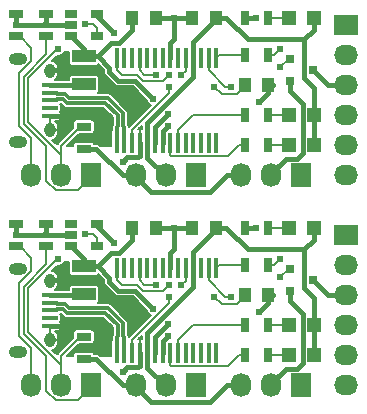
<source format=gtl>
G04 #@! TF.FileFunction,Copper,L1,Top,Signal*
%FSLAX46Y46*%
G04 Gerber Fmt 4.6, Leading zero omitted, Abs format (unit mm)*
G04 Created by KiCad (PCBNEW 4.0.0-stable) date Monday, June 13, 2016 'PMt' 12:16:50 PM*
%MOMM*%
G01*
G04 APERTURE LIST*
%ADD10C,0.100000*%
%ADD11R,2.032000X1.727200*%
%ADD12O,2.032000X1.727200*%
%ADD13R,1.727200X2.032000*%
%ADD14O,1.727200X2.032000*%
%ADD15R,1.198880X1.198880*%
%ADD16R,0.800100X0.800100*%
%ADD17R,1.000000X1.250000*%
%ADD18R,0.450000X1.750000*%
%ADD19R,0.700000X1.300000*%
%ADD20R,1.060000X0.650000*%
%ADD21R,1.300000X0.700000*%
%ADD22R,1.350000X0.400000*%
%ADD23O,0.950000X1.250000*%
%ADD24O,1.550000X1.000000*%
%ADD25R,2.029460X1.140460*%
%ADD26C,0.609600*%
%ADD27C,0.400000*%
%ADD28C,0.200000*%
%ADD29C,0.304800*%
G04 APERTURE END LIST*
D10*
D11*
X29210000Y32385000D03*
D12*
X29210000Y29845000D03*
X29210000Y27305000D03*
X29210000Y24765000D03*
X29210000Y22225000D03*
X29210000Y19685000D03*
D13*
X25400000Y19685000D03*
D14*
X22860000Y19685000D03*
X20320000Y19685000D03*
D13*
X16510000Y19685000D03*
D14*
X13970000Y19685000D03*
X11430000Y19685000D03*
D13*
X7620000Y19685000D03*
D14*
X5080000Y19685000D03*
X2540000Y19685000D03*
D15*
X26449020Y33020000D03*
X24350980Y33020000D03*
D16*
X24399240Y29525000D03*
X24399240Y27625000D03*
X26398220Y28575000D03*
D15*
X26449020Y22225000D03*
X24350980Y22225000D03*
X26449020Y24765000D03*
X24350980Y24765000D03*
D17*
X18145000Y33020000D03*
X16145000Y33020000D03*
D18*
X18195000Y29635000D03*
X17545000Y29635000D03*
X16895000Y29635000D03*
X16245000Y29635000D03*
X15595000Y29635000D03*
X14945000Y29635000D03*
X14295000Y29635000D03*
X13645000Y29635000D03*
X12995000Y29635000D03*
X12345000Y29635000D03*
X11695000Y29635000D03*
X11045000Y29635000D03*
X10395000Y29635000D03*
X9745000Y29635000D03*
X9745000Y22435000D03*
X10395000Y22435000D03*
X11045000Y22435000D03*
X11695000Y22435000D03*
X12345000Y22435000D03*
X12995000Y22435000D03*
X13645000Y22435000D03*
X14295000Y22435000D03*
X14945000Y22435000D03*
X15595000Y22435000D03*
X16245000Y22435000D03*
X16895000Y22435000D03*
X17545000Y22435000D03*
X18195000Y22435000D03*
D19*
X20640000Y33020000D03*
X22540000Y33020000D03*
X20640000Y22225000D03*
X22540000Y22225000D03*
X20640000Y29845000D03*
X22540000Y29845000D03*
X20640000Y24765000D03*
X22540000Y24765000D03*
D17*
X20590000Y27305000D03*
X22590000Y27305000D03*
X11065000Y33020000D03*
X13065000Y33020000D03*
D20*
X5885000Y33335000D03*
X5885000Y32385000D03*
X5885000Y31435000D03*
X8085000Y31435000D03*
X8085000Y33335000D03*
D21*
X1270000Y31435000D03*
X1270000Y33335000D03*
D22*
X4102540Y27335900D03*
X4102540Y26685900D03*
X4102540Y26035900D03*
X4102540Y25385900D03*
X4102540Y24735900D03*
D23*
X4102540Y28535900D03*
X4102540Y23535900D03*
D24*
X1402540Y29535900D03*
X1402540Y22535900D03*
D25*
X6985000Y27371040D03*
X6985000Y29778960D03*
D21*
X3810000Y31435000D03*
X3810000Y33335000D03*
X6985000Y21910000D03*
X6985000Y23810000D03*
D17*
X20590000Y9525000D03*
X22590000Y9525000D03*
D15*
X26449020Y6985000D03*
X24350980Y6985000D03*
X26449020Y4445000D03*
X24350980Y4445000D03*
D25*
X6985000Y9591040D03*
X6985000Y11998960D03*
D22*
X4102540Y9555900D03*
X4102540Y8905900D03*
X4102540Y8255900D03*
X4102540Y7605900D03*
X4102540Y6955900D03*
D23*
X4102540Y10755900D03*
X4102540Y5755900D03*
D24*
X1402540Y11755900D03*
X1402540Y4755900D03*
D13*
X16510000Y1905000D03*
D14*
X13970000Y1905000D03*
X11430000Y1905000D03*
D13*
X7620000Y1905000D03*
D14*
X5080000Y1905000D03*
X2540000Y1905000D03*
D11*
X29210000Y14605000D03*
D12*
X29210000Y12065000D03*
X29210000Y9525000D03*
X29210000Y6985000D03*
X29210000Y4445000D03*
X29210000Y1905000D03*
D13*
X25400000Y1905000D03*
D14*
X22860000Y1905000D03*
X20320000Y1905000D03*
D16*
X24399240Y11745000D03*
X24399240Y9845000D03*
X26398220Y10795000D03*
D21*
X3810000Y13655000D03*
X3810000Y15555000D03*
X6985000Y4130000D03*
X6985000Y6030000D03*
X1270000Y13655000D03*
X1270000Y15555000D03*
D19*
X20640000Y12065000D03*
X22540000Y12065000D03*
X20640000Y6985000D03*
X22540000Y6985000D03*
X20640000Y4445000D03*
X22540000Y4445000D03*
D20*
X5885000Y15555000D03*
X5885000Y14605000D03*
X5885000Y13655000D03*
X8085000Y13655000D03*
X8085000Y15555000D03*
D18*
X18195000Y11855000D03*
X17545000Y11855000D03*
X16895000Y11855000D03*
X16245000Y11855000D03*
X15595000Y11855000D03*
X14945000Y11855000D03*
X14295000Y11855000D03*
X13645000Y11855000D03*
X12995000Y11855000D03*
X12345000Y11855000D03*
X11695000Y11855000D03*
X11045000Y11855000D03*
X10395000Y11855000D03*
X9745000Y11855000D03*
X9745000Y4655000D03*
X10395000Y4655000D03*
X11045000Y4655000D03*
X11695000Y4655000D03*
X12345000Y4655000D03*
X12995000Y4655000D03*
X13645000Y4655000D03*
X14295000Y4655000D03*
X14945000Y4655000D03*
X15595000Y4655000D03*
X16245000Y4655000D03*
X16895000Y4655000D03*
X17545000Y4655000D03*
X18195000Y4655000D03*
D17*
X11065000Y15240000D03*
X13065000Y15240000D03*
D15*
X26449020Y15240000D03*
X24350980Y15240000D03*
D19*
X20640000Y15240000D03*
X22540000Y15240000D03*
D17*
X18145000Y15240000D03*
X16145000Y15240000D03*
D26*
X12827000Y26162000D03*
X14097000Y24892000D03*
X14097000Y7112000D03*
X12827000Y8382000D03*
X3810000Y32385000D03*
X1270000Y32385000D03*
X14605000Y33020000D03*
X21590000Y33020000D03*
X21844000Y25908000D03*
X6985000Y28575000D03*
X5461000Y25146000D03*
X9779000Y26416000D03*
X8509000Y26924000D03*
X6985000Y25146000D03*
X8509000Y25146000D03*
X10287000Y20828000D03*
X10668000Y25527000D03*
X9144000Y24257000D03*
X12192000Y25527000D03*
X14097000Y23876000D03*
X14097000Y6096000D03*
X8509000Y9144000D03*
X9144000Y6477000D03*
X12192000Y7747000D03*
X10668000Y7747000D03*
X9779000Y8636000D03*
X8509000Y7366000D03*
X6985000Y7366000D03*
X5461000Y7366000D03*
X3810000Y14605000D03*
X1270000Y14605000D03*
X6985000Y10795000D03*
X10287000Y3048000D03*
X21844000Y8128000D03*
X21590000Y15240000D03*
X14605000Y15240000D03*
X9525000Y31750000D03*
X9525000Y13970000D03*
X4826000Y30353000D03*
X7112000Y32512000D03*
X7112000Y14732000D03*
X4826000Y12573000D03*
X23622000Y30353000D03*
X23622000Y12573000D03*
X18034000Y27178000D03*
X14224000Y27178000D03*
X14224000Y9398000D03*
X18034000Y9398000D03*
X13081000Y28194000D03*
X13081000Y10414000D03*
X15240000Y28194000D03*
X15240000Y10414000D03*
X19431000Y27178000D03*
X19431000Y9398000D03*
X23622000Y28829000D03*
X14224000Y28194000D03*
X14224000Y10414000D03*
X23622000Y11049000D03*
D27*
X12995000Y22435000D02*
X12995000Y23790000D01*
X12995000Y23790000D02*
X14097000Y24892000D01*
X10922000Y27686000D02*
X9906000Y27686000D01*
X9906000Y27686000D02*
X9144000Y28448000D01*
X9932401Y30862401D02*
X9238079Y30862401D01*
X6985000Y30335000D02*
X5885000Y31435000D01*
X6985000Y29778960D02*
X6985000Y30335000D01*
X9238079Y30862401D02*
X8154638Y29778960D01*
X9144000Y28448000D02*
X9144000Y28789598D01*
X8154638Y29778960D02*
X6985000Y29778960D01*
X9144000Y28789598D02*
X8154638Y29778960D01*
X10922000Y27686000D02*
X11303000Y27686000D01*
X11303000Y27686000D02*
X12827000Y26162000D01*
X11065000Y33020000D02*
X11065000Y31995000D01*
X11065000Y31995000D02*
X9932401Y30862401D01*
X12995000Y6010000D02*
X14097000Y7112000D01*
X12995000Y4655000D02*
X12995000Y6010000D01*
X10922000Y9906000D02*
X11303000Y9906000D01*
X11303000Y9906000D02*
X12827000Y8382000D01*
X9144000Y10668000D02*
X9144000Y11009598D01*
X9144000Y11009598D02*
X8154638Y11998960D01*
X9906000Y9906000D02*
X9144000Y10668000D01*
X10922000Y9906000D02*
X9906000Y9906000D01*
X11065000Y15240000D02*
X11065000Y14215000D01*
X11065000Y14215000D02*
X9932401Y13082401D01*
X9932401Y13082401D02*
X9238079Y13082401D01*
X9238079Y13082401D02*
X8154638Y11998960D01*
X8154638Y11998960D02*
X6985000Y11998960D01*
X6985000Y11998960D02*
X6985000Y12555000D01*
X6985000Y12555000D02*
X5885000Y13655000D01*
X13645000Y22435000D02*
X13645000Y23424000D01*
X13645000Y23424000D02*
X14097000Y23876000D01*
X8509000Y25146000D02*
X8509000Y24892000D01*
X8509000Y24892000D02*
X9144000Y24257000D01*
X9779000Y26416000D02*
X9271000Y26924000D01*
X9779000Y26416000D02*
X10668000Y25527000D01*
X9271000Y26924000D02*
X8509000Y26924000D01*
X10668000Y25527000D02*
X12192000Y25527000D01*
X10666599Y21207599D02*
X10287000Y20828000D01*
X11551921Y21207599D02*
X10666599Y21207599D01*
X11695000Y21350678D02*
X11551921Y21207599D01*
X11695000Y22435000D02*
X11695000Y21350678D01*
X22590000Y27305000D02*
X22590000Y26654000D01*
X22590000Y27305000D02*
X22987000Y27305000D01*
X22590000Y26654000D02*
X21844000Y25908000D01*
X20640000Y33020000D02*
X21590000Y33020000D01*
X3810000Y32385000D02*
X1270000Y32385000D01*
X1270000Y33335000D02*
X1270000Y32385000D01*
X3810000Y33335000D02*
X3810000Y32385000D01*
X5885000Y32385000D02*
X3810000Y32385000D01*
X8000322Y28575000D02*
X8509000Y28066322D01*
X6985000Y28575000D02*
X8000322Y28575000D01*
X8509000Y28066322D02*
X8509000Y26924000D01*
X5461000Y25146000D02*
X6985000Y25146000D01*
X6985000Y25146000D02*
X8509000Y25146000D01*
X16145000Y33020000D02*
X14605000Y33020000D01*
X14605000Y31220000D02*
X14605000Y33020000D01*
X13065000Y33020000D02*
X14605000Y33020000D01*
X14295000Y30910000D02*
X14605000Y31220000D01*
X14295000Y29635000D02*
X14295000Y30910000D01*
X4102540Y24735900D02*
X5050900Y24735900D01*
X4141640Y28575000D02*
X4102540Y28535900D01*
X5050900Y24735900D02*
X5461000Y25146000D01*
X6985000Y28575000D02*
X4141640Y28575000D01*
X13645000Y4655000D02*
X13645000Y5644000D01*
X13645000Y5644000D02*
X14097000Y6096000D01*
X9779000Y8636000D02*
X10668000Y7747000D01*
X9779000Y8636000D02*
X9271000Y9144000D01*
X9271000Y9144000D02*
X8509000Y9144000D01*
X6985000Y10795000D02*
X8000322Y10795000D01*
X8000322Y10795000D02*
X8509000Y10286322D01*
X8509000Y10286322D02*
X8509000Y9144000D01*
X8509000Y7366000D02*
X8509000Y7112000D01*
X8509000Y7112000D02*
X9144000Y6477000D01*
X10668000Y7747000D02*
X12192000Y7747000D01*
X6985000Y7366000D02*
X8509000Y7366000D01*
X5461000Y7366000D02*
X6985000Y7366000D01*
X4102540Y6955900D02*
X5050900Y6955900D01*
X5050900Y6955900D02*
X5461000Y7366000D01*
X6985000Y10795000D02*
X4141640Y10795000D01*
X4141640Y10795000D02*
X4102540Y10755900D01*
X11695000Y4655000D02*
X11695000Y3570678D01*
X11695000Y3570678D02*
X11551921Y3427599D01*
X11551921Y3427599D02*
X10666599Y3427599D01*
X10666599Y3427599D02*
X10287000Y3048000D01*
X22590000Y9525000D02*
X22590000Y8874000D01*
X22590000Y8874000D02*
X21844000Y8128000D01*
X22590000Y9525000D02*
X22987000Y9525000D01*
X20640000Y15240000D02*
X21590000Y15240000D01*
X14605000Y13440000D02*
X14605000Y15240000D01*
X14295000Y11855000D02*
X14295000Y13130000D01*
X14295000Y13130000D02*
X14605000Y13440000D01*
X13065000Y15240000D02*
X14605000Y15240000D01*
X16145000Y15240000D02*
X14605000Y15240000D01*
X3810000Y14605000D02*
X1270000Y14605000D01*
X5885000Y14605000D02*
X3810000Y14605000D01*
X3810000Y15555000D02*
X3810000Y14605000D01*
X1270000Y15555000D02*
X1270000Y14605000D01*
X13820000Y19685000D02*
X13970000Y19685000D01*
X12345000Y21160000D02*
X13820000Y19685000D01*
X16245000Y28005556D02*
X12345000Y24105556D01*
X12345000Y24105556D02*
X12345000Y23710000D01*
X12345000Y23710000D02*
X12345000Y22435000D01*
X12345000Y22435000D02*
X12345000Y21160000D01*
X25645769Y27893029D02*
X25645769Y31217309D01*
X25645769Y31217309D02*
X26449020Y32020560D01*
X26449020Y32020560D02*
X26449020Y33020000D01*
X26449020Y24765000D02*
X26449020Y27089778D01*
X26449020Y27089778D02*
X25645769Y27893029D01*
X26449020Y22225000D02*
X26449020Y24765000D01*
X20847691Y31217309D02*
X19045000Y33020000D01*
X25645769Y31217309D02*
X20847691Y31217309D01*
X16245000Y30995000D02*
X16245000Y30910000D01*
X18145000Y32895000D02*
X16245000Y30995000D01*
X16245000Y30910000D02*
X16245000Y29635000D01*
X18145000Y33020000D02*
X18145000Y32895000D01*
X19045000Y33020000D02*
X18145000Y33020000D01*
X16245000Y29635000D02*
X16245000Y28005556D01*
X12345000Y5930000D02*
X12345000Y4655000D01*
X12345000Y6325556D02*
X12345000Y5930000D01*
X16245000Y10225556D02*
X12345000Y6325556D01*
X16245000Y11855000D02*
X16245000Y10225556D01*
X13820000Y1905000D02*
X13970000Y1905000D01*
X12345000Y3380000D02*
X13820000Y1905000D01*
X12345000Y4655000D02*
X12345000Y3380000D01*
X25645769Y13437309D02*
X20847691Y13437309D01*
X19045000Y15240000D02*
X18145000Y15240000D01*
X20847691Y13437309D02*
X19045000Y15240000D01*
X26449020Y6985000D02*
X26449020Y9309778D01*
X25645769Y10113029D02*
X25645769Y13437309D01*
X26449020Y14240560D02*
X26449020Y15240000D01*
X26449020Y9309778D02*
X25645769Y10113029D01*
X25645769Y13437309D02*
X26449020Y14240560D01*
X26449020Y4445000D02*
X26449020Y6985000D01*
X18145000Y15240000D02*
X18145000Y15115000D01*
X16245000Y13130000D02*
X16245000Y11855000D01*
X18145000Y15115000D02*
X16245000Y13215000D01*
X16245000Y13215000D02*
X16245000Y13130000D01*
D28*
X22540000Y24765000D02*
X24350980Y24765000D01*
X22540000Y6985000D02*
X24350980Y6985000D01*
X22540000Y22225000D02*
X24350980Y22225000D01*
X22540000Y4445000D02*
X24350980Y4445000D01*
D27*
X6949860Y27335900D02*
X6985000Y27371040D01*
X4102540Y27335900D02*
X6949860Y27335900D01*
X4102540Y9555900D02*
X6949860Y9555900D01*
X6949860Y9555900D02*
X6985000Y9591040D01*
D29*
X10395000Y22435000D02*
X10395000Y23747500D01*
X10395000Y23747500D02*
X10298600Y23843900D01*
X10298600Y23843900D02*
X10298600Y24949688D01*
X10298600Y24949688D02*
X8984688Y26263600D01*
X8984688Y26263600D02*
X5715000Y26263600D01*
X4577540Y26685900D02*
X4102540Y26685900D01*
X4673940Y26589500D02*
X4577540Y26685900D01*
X5389100Y26589500D02*
X4673940Y26589500D01*
X5715000Y26263600D02*
X5389100Y26589500D01*
X5715000Y8483600D02*
X5389100Y8809500D01*
X5389100Y8809500D02*
X4673940Y8809500D01*
X4673940Y8809500D02*
X4577540Y8905900D01*
X4577540Y8905900D02*
X4102540Y8905900D01*
X8984688Y8483600D02*
X5715000Y8483600D01*
X10298600Y7169688D02*
X8984688Y8483600D01*
X10395000Y4655000D02*
X10395000Y5967500D01*
X10298600Y6063900D02*
X10298600Y7169688D01*
X10395000Y5967500D02*
X10298600Y6063900D01*
X9745000Y22435000D02*
X9745000Y23747500D01*
X9745000Y23747500D02*
X9841400Y23843900D01*
X9841400Y23843900D02*
X9841400Y24760312D01*
X9841400Y24760312D02*
X8795312Y25806400D01*
X5525622Y25806400D02*
X5199722Y26132300D01*
X8795312Y25806400D02*
X5525622Y25806400D01*
X4673940Y26132300D02*
X4577540Y26035900D01*
X5199722Y26132300D02*
X4673940Y26132300D01*
X4577540Y26035900D02*
X4102540Y26035900D01*
X4577540Y8255900D02*
X4102540Y8255900D01*
X9745000Y4655000D02*
X9745000Y5967500D01*
X9745000Y5967500D02*
X9841400Y6063900D01*
X9841400Y6063900D02*
X9841400Y6980312D01*
X9841400Y6980312D02*
X8795312Y8026400D01*
X8795312Y8026400D02*
X5525622Y8026400D01*
X5525622Y8026400D02*
X5199722Y8352300D01*
X5199722Y8352300D02*
X4673940Y8352300D01*
X4673940Y8352300D02*
X4577540Y8255900D01*
D27*
X11430000Y19532600D02*
X12674600Y18288000D01*
X19056400Y19685000D02*
X20320000Y19685000D01*
X12674600Y18288000D02*
X17659400Y18288000D01*
X17659400Y18288000D02*
X19056400Y19685000D01*
X6985000Y21910000D02*
X8035000Y21910000D01*
X8035000Y21910000D02*
X10260000Y19685000D01*
X10260000Y19685000D02*
X11430000Y19685000D01*
X11430000Y19685000D02*
X11430000Y19532600D01*
X8085000Y33190000D02*
X9525000Y31750000D01*
X8085000Y33335000D02*
X8085000Y33190000D01*
X12674600Y508000D02*
X17659400Y508000D01*
X17659400Y508000D02*
X19056400Y1905000D01*
X19056400Y1905000D02*
X20320000Y1905000D01*
X11430000Y1905000D02*
X11430000Y1752600D01*
X11430000Y1752600D02*
X12674600Y508000D01*
X8085000Y15555000D02*
X8085000Y15410000D01*
X8085000Y15410000D02*
X9525000Y13970000D01*
X6985000Y4130000D02*
X8035000Y4130000D01*
X8035000Y4130000D02*
X10260000Y1905000D01*
X10260000Y1905000D02*
X11430000Y1905000D01*
D28*
X7620000Y19532600D02*
X6503990Y18416590D01*
X6503990Y18416590D02*
X4617734Y18416590D01*
X4617734Y18416590D02*
X3810000Y19224324D01*
X3810000Y19224324D02*
X3810000Y22151343D01*
X7620000Y19685000D02*
X7620000Y19532600D01*
X3810000Y22151343D02*
X1933589Y24027754D01*
X3810000Y30885000D02*
X3810000Y31435000D01*
X1933589Y24027754D02*
X1933590Y28044047D01*
X1933590Y28044047D02*
X3810000Y29920457D01*
X3810000Y29920457D02*
X3810000Y30885000D01*
X1933589Y6247754D02*
X1933590Y10264047D01*
X6503990Y636590D02*
X4617734Y636590D01*
X7620000Y1752600D02*
X6503990Y636590D01*
X7620000Y1905000D02*
X7620000Y1752600D01*
X3810000Y13105000D02*
X3810000Y13655000D01*
X3810000Y12140457D02*
X3810000Y13105000D01*
X1933590Y10264047D02*
X3810000Y12140457D01*
X3810000Y4371343D02*
X1933589Y6247754D01*
X3810000Y1444324D02*
X3810000Y4371343D01*
X4617734Y636590D02*
X3810000Y1444324D01*
X5080000Y19685000D02*
X5080000Y21379727D01*
X5080000Y22205000D02*
X6685000Y23810000D01*
X5080000Y19685000D02*
X5080000Y22205000D01*
X5080000Y21379727D02*
X2286000Y24173727D01*
X8085000Y32174000D02*
X8085000Y31435000D01*
X7747000Y32512000D02*
X8085000Y32174000D01*
X7112000Y32512000D02*
X7747000Y32512000D01*
X2286000Y24173727D02*
X2286000Y27898073D01*
X6685000Y23810000D02*
X6985000Y23810000D01*
X4740927Y30353000D02*
X4826000Y30353000D01*
X2286000Y27898073D02*
X4740927Y30353000D01*
X7747000Y14732000D02*
X8085000Y14394000D01*
X8085000Y14394000D02*
X8085000Y13655000D01*
X7112000Y14732000D02*
X7747000Y14732000D01*
X2286000Y6393727D02*
X2286000Y10118073D01*
X2286000Y10118073D02*
X4740927Y12573000D01*
X4740927Y12573000D02*
X4826000Y12573000D01*
X5080000Y1905000D02*
X5080000Y3599727D01*
X5080000Y3599727D02*
X2286000Y6393727D01*
X5080000Y1905000D02*
X5080000Y4425000D01*
X5080000Y4425000D02*
X6685000Y6030000D01*
X6685000Y6030000D02*
X6985000Y6030000D01*
X2540000Y22860000D02*
X2540000Y19685000D01*
X1524000Y23876000D02*
X2540000Y22860000D01*
X1570000Y31435000D02*
X2540000Y30465000D01*
X1270000Y31435000D02*
X1570000Y31435000D01*
X1524000Y28318292D02*
X1524000Y23876000D01*
X2540000Y29334292D02*
X1524000Y28318292D01*
X2540000Y30465000D02*
X2540000Y29334292D01*
X1270000Y13655000D02*
X1570000Y13655000D01*
X1570000Y13655000D02*
X2540000Y12685000D01*
X2540000Y12685000D02*
X2540000Y11554292D01*
X2540000Y11554292D02*
X1524000Y10538292D01*
X1524000Y10538292D02*
X1524000Y6096000D01*
X1524000Y6096000D02*
X2540000Y5080000D01*
X2540000Y5080000D02*
X2540000Y1905000D01*
D27*
X29210000Y27305000D02*
X27668220Y27305000D01*
X27668220Y27305000D02*
X26398220Y28575000D01*
X29210000Y9525000D02*
X27668220Y9525000D01*
X27668220Y9525000D02*
X26398220Y10795000D01*
D28*
X29210000Y24765000D02*
X28953798Y24765000D01*
X22540000Y29845000D02*
X23114000Y29845000D01*
X23114000Y29845000D02*
X23622000Y30353000D01*
X22540000Y29545000D02*
X22540000Y29845000D01*
X22540000Y12065000D02*
X23114000Y12065000D01*
X23114000Y12065000D02*
X23622000Y12573000D01*
X29210000Y6985000D02*
X28953798Y6985000D01*
X22540000Y11765000D02*
X22540000Y12065000D01*
X19953000Y26543000D02*
X18669000Y26543000D01*
X14224000Y26689000D02*
X11045000Y23510000D01*
X11045000Y23510000D02*
X11045000Y22435000D01*
X20590000Y27305000D02*
X20590000Y27180000D01*
X20590000Y27180000D02*
X19953000Y26543000D01*
X14224000Y27178000D02*
X14224000Y26689000D01*
X18669000Y26543000D02*
X18034000Y27178000D01*
X14224000Y9398000D02*
X14224000Y8909000D01*
X14224000Y8909000D02*
X11045000Y5730000D01*
X11045000Y5730000D02*
X11045000Y4655000D01*
X19953000Y8763000D02*
X18669000Y8763000D01*
X18669000Y8763000D02*
X18034000Y9398000D01*
X20590000Y9400000D02*
X19953000Y8763000D01*
X20590000Y9525000D02*
X20590000Y9400000D01*
X12061000Y28194000D02*
X11695000Y28560000D01*
X13081000Y28194000D02*
X12061000Y28194000D01*
X11695000Y28560000D02*
X11695000Y29635000D01*
X12061000Y10414000D02*
X11695000Y10780000D01*
X11695000Y10780000D02*
X11695000Y11855000D01*
X13081000Y10414000D02*
X12061000Y10414000D01*
X15595000Y28549000D02*
X15240000Y28194000D01*
X15595000Y29635000D02*
X15595000Y28549000D01*
X15595000Y11855000D02*
X15595000Y10769000D01*
X15595000Y10769000D02*
X15240000Y10414000D01*
X18927000Y27178000D02*
X19431000Y27178000D01*
X17545000Y28560000D02*
X18927000Y27178000D01*
X17545000Y29635000D02*
X17545000Y28560000D01*
X17545000Y11855000D02*
X17545000Y10780000D01*
X17545000Y10780000D02*
X18927000Y9398000D01*
X18927000Y9398000D02*
X19431000Y9398000D01*
X9745000Y28560000D02*
X10166589Y28138411D01*
X24691955Y29525000D02*
X24693350Y29523605D01*
X24318000Y29525000D02*
X23622000Y28829000D01*
X24399240Y29525000D02*
X24318000Y29525000D01*
X9745000Y29635000D02*
X9745000Y28560000D01*
X10166589Y28138411D02*
X11490394Y28138411D01*
X13919201Y27889201D02*
X14224000Y28194000D01*
X13666799Y27636799D02*
X13919201Y27889201D01*
X11490394Y28138411D02*
X11992006Y27636799D01*
X11992006Y27636799D02*
X13666799Y27636799D01*
X13919201Y10109201D02*
X14224000Y10414000D01*
X13666799Y9856799D02*
X13919201Y10109201D01*
X11992006Y9856799D02*
X13666799Y9856799D01*
X11490394Y10358411D02*
X11992006Y9856799D01*
X10166589Y10358411D02*
X11490394Y10358411D01*
X9745000Y11855000D02*
X9745000Y10780000D01*
X9745000Y10780000D02*
X10166589Y10358411D01*
X24399240Y11745000D02*
X24318000Y11745000D01*
X24318000Y11745000D02*
X23622000Y11049000D01*
X24691955Y11745000D02*
X24693350Y11743605D01*
X20640000Y29845000D02*
X18405000Y29845000D01*
X18405000Y29845000D02*
X18195000Y29635000D01*
X20640000Y12065000D02*
X18405000Y12065000D01*
X18405000Y12065000D02*
X18195000Y11855000D01*
X20640000Y24765000D02*
X16200000Y24765000D01*
X16200000Y24765000D02*
X14945000Y23510000D01*
X14945000Y23510000D02*
X14945000Y22435000D01*
X20640000Y6985000D02*
X16200000Y6985000D01*
X16200000Y6985000D02*
X14945000Y5730000D01*
X14945000Y5730000D02*
X14945000Y4655000D01*
X20090000Y22225000D02*
X20640000Y22225000D01*
X19172599Y21307599D02*
X20090000Y22225000D01*
X14295000Y22435000D02*
X14295000Y21360000D01*
X14295000Y21360000D02*
X14347401Y21307599D01*
X14347401Y21307599D02*
X19172599Y21307599D01*
X14295000Y4655000D02*
X14295000Y3580000D01*
X14295000Y3580000D02*
X14347401Y3527599D01*
X14347401Y3527599D02*
X19172599Y3527599D01*
X19172599Y3527599D02*
X20090000Y4445000D01*
X20090000Y4445000D02*
X20640000Y4445000D01*
D27*
X24399240Y27625000D02*
X24399240Y26824950D01*
X24399240Y26824950D02*
X25497179Y25727011D01*
X22860000Y19837400D02*
X22860000Y19685000D01*
X25060182Y21101000D02*
X24123600Y21101000D01*
X24123600Y21101000D02*
X22860000Y19837400D01*
X25497179Y25727011D02*
X25497179Y21537997D01*
X25497179Y21537997D02*
X25060182Y21101000D01*
X24399240Y9044950D02*
X25497179Y7947011D01*
X24399240Y9845000D02*
X24399240Y9044950D01*
X25497179Y7947011D02*
X25497179Y3757997D01*
X25497179Y3757997D02*
X25060182Y3321000D01*
X25060182Y3321000D02*
X24123600Y3321000D01*
X24123600Y3321000D02*
X22860000Y2057400D01*
X22860000Y2057400D02*
X22860000Y1905000D01*
D28*
X22540000Y33020000D02*
X24350980Y33020000D01*
X22540000Y15240000D02*
X24350980Y15240000D01*
G36*
X5239385Y7740163D02*
X5268285Y7716424D01*
X5296923Y7692394D01*
X5298786Y7691370D01*
X5300433Y7690017D01*
X5333389Y7672347D01*
X5366154Y7654334D01*
X5368185Y7653690D01*
X5370059Y7652685D01*
X5405809Y7641755D01*
X5441459Y7630446D01*
X5443573Y7630209D01*
X5445610Y7629586D01*
X5482782Y7625811D01*
X5519970Y7621639D01*
X5524138Y7621610D01*
X5524209Y7621603D01*
X5524276Y7621609D01*
X5525622Y7621600D01*
X8627638Y7621600D01*
X9436600Y6812638D01*
X9436600Y6226756D01*
X9435024Y6224837D01*
X9410994Y6196199D01*
X9409970Y6194336D01*
X9408617Y6192689D01*
X9390947Y6159733D01*
X9372934Y6126968D01*
X9372290Y6124937D01*
X9371285Y6123063D01*
X9360355Y6087313D01*
X9349046Y6051663D01*
X9348809Y6049549D01*
X9348186Y6047512D01*
X9344411Y6010340D01*
X9340239Y5973152D01*
X9340210Y5968984D01*
X9340203Y5968913D01*
X9340209Y5968846D01*
X9340200Y5967500D01*
X9340200Y5706142D01*
X9305748Y5665719D01*
X9276420Y5600657D01*
X9266379Y5530000D01*
X9266379Y4418000D01*
X8386790Y4418000D01*
X8354895Y4449895D01*
X8322582Y4476438D01*
X8290591Y4503281D01*
X8288510Y4504425D01*
X8286668Y4505938D01*
X8249800Y4525706D01*
X8213219Y4545817D01*
X8210952Y4546536D01*
X8208856Y4547660D01*
X8168872Y4559885D01*
X8129059Y4572514D01*
X8126698Y4572779D01*
X8124421Y4573475D01*
X8082794Y4577703D01*
X8041316Y4582356D01*
X8036674Y4582388D01*
X8036579Y4582398D01*
X8036490Y4582390D01*
X8035000Y4582400D01*
X7866152Y4582400D01*
X7864304Y4588367D01*
X7825035Y4647959D01*
X7770719Y4694252D01*
X7705657Y4723580D01*
X7635000Y4733621D01*
X6335000Y4733621D01*
X6294806Y4730416D01*
X6226633Y4709304D01*
X6167041Y4670035D01*
X6120748Y4615719D01*
X6091420Y4550657D01*
X6081379Y4480000D01*
X6081379Y4418000D01*
X5571368Y4418000D01*
X6579748Y5426379D01*
X7635000Y5426379D01*
X7675194Y5429584D01*
X7743367Y5450696D01*
X7802959Y5489965D01*
X7849252Y5544281D01*
X7878580Y5609343D01*
X7888621Y5680000D01*
X7888621Y6380000D01*
X7885416Y6420194D01*
X7864304Y6488367D01*
X7825035Y6547959D01*
X7770719Y6594252D01*
X7705657Y6623580D01*
X7635000Y6633621D01*
X6335000Y6633621D01*
X6294806Y6630416D01*
X6226633Y6609304D01*
X6167041Y6570035D01*
X6120748Y6515719D01*
X6091420Y6450657D01*
X6081379Y6380000D01*
X6081379Y5924748D01*
X4830816Y4674184D01*
X4810145Y4649020D01*
X4789230Y4624094D01*
X4788339Y4622473D01*
X4787161Y4621039D01*
X4771763Y4592321D01*
X4756097Y4563825D01*
X4755537Y4562060D01*
X4754661Y4560426D01*
X4746320Y4533143D01*
X4543584Y4634511D01*
X4276036Y4902059D01*
X4380900Y4933868D01*
X4506658Y5001086D01*
X4616886Y5091547D01*
X4707348Y5201774D01*
X4774568Y5327531D01*
X4815962Y5463986D01*
X4829940Y5605895D01*
X4829940Y5755895D01*
X4102545Y5755895D01*
X4102545Y5735895D01*
X4102535Y5735895D01*
X4102535Y5755895D01*
X4082535Y5755895D01*
X4082535Y5755905D01*
X4102535Y5755905D01*
X4102535Y6955895D01*
X4102545Y6955895D01*
X4102545Y5755905D01*
X4829940Y5755905D01*
X4829940Y5905905D01*
X4815962Y6047814D01*
X4774568Y6184269D01*
X4707348Y6310026D01*
X4616886Y6420253D01*
X4515448Y6503500D01*
X4802399Y6503500D01*
X4851162Y6513200D01*
X4897096Y6532226D01*
X4938435Y6559848D01*
X4973592Y6595004D01*
X5001214Y6636344D01*
X5020240Y6682277D01*
X5029940Y6731041D01*
X5029940Y6892795D01*
X4966840Y6955895D01*
X4102545Y6955895D01*
X4102535Y6955895D01*
X4082535Y6955895D01*
X4082535Y6955905D01*
X4102535Y6955905D01*
X4102535Y6975905D01*
X4102545Y6975905D01*
X4102545Y6955905D01*
X4966840Y6955905D01*
X5029940Y7019005D01*
X5029940Y7180759D01*
X5020240Y7229523D01*
X5001214Y7275456D01*
X4997008Y7281751D01*
X5021120Y7335243D01*
X5031161Y7405900D01*
X5031161Y7805900D01*
X5027956Y7846094D01*
X5006844Y7914267D01*
X4996323Y7930233D01*
X5004107Y7947500D01*
X5032048Y7947500D01*
X5239385Y7740163D01*
X5239385Y7740163D01*
G37*
X5239385Y7740163D02*
X5268285Y7716424D01*
X5296923Y7692394D01*
X5298786Y7691370D01*
X5300433Y7690017D01*
X5333389Y7672347D01*
X5366154Y7654334D01*
X5368185Y7653690D01*
X5370059Y7652685D01*
X5405809Y7641755D01*
X5441459Y7630446D01*
X5443573Y7630209D01*
X5445610Y7629586D01*
X5482782Y7625811D01*
X5519970Y7621639D01*
X5524138Y7621610D01*
X5524209Y7621603D01*
X5524276Y7621609D01*
X5525622Y7621600D01*
X8627638Y7621600D01*
X9436600Y6812638D01*
X9436600Y6226756D01*
X9435024Y6224837D01*
X9410994Y6196199D01*
X9409970Y6194336D01*
X9408617Y6192689D01*
X9390947Y6159733D01*
X9372934Y6126968D01*
X9372290Y6124937D01*
X9371285Y6123063D01*
X9360355Y6087313D01*
X9349046Y6051663D01*
X9348809Y6049549D01*
X9348186Y6047512D01*
X9344411Y6010340D01*
X9340239Y5973152D01*
X9340210Y5968984D01*
X9340203Y5968913D01*
X9340209Y5968846D01*
X9340200Y5967500D01*
X9340200Y5706142D01*
X9305748Y5665719D01*
X9276420Y5600657D01*
X9266379Y5530000D01*
X9266379Y4418000D01*
X8386790Y4418000D01*
X8354895Y4449895D01*
X8322582Y4476438D01*
X8290591Y4503281D01*
X8288510Y4504425D01*
X8286668Y4505938D01*
X8249800Y4525706D01*
X8213219Y4545817D01*
X8210952Y4546536D01*
X8208856Y4547660D01*
X8168872Y4559885D01*
X8129059Y4572514D01*
X8126698Y4572779D01*
X8124421Y4573475D01*
X8082794Y4577703D01*
X8041316Y4582356D01*
X8036674Y4582388D01*
X8036579Y4582398D01*
X8036490Y4582390D01*
X8035000Y4582400D01*
X7866152Y4582400D01*
X7864304Y4588367D01*
X7825035Y4647959D01*
X7770719Y4694252D01*
X7705657Y4723580D01*
X7635000Y4733621D01*
X6335000Y4733621D01*
X6294806Y4730416D01*
X6226633Y4709304D01*
X6167041Y4670035D01*
X6120748Y4615719D01*
X6091420Y4550657D01*
X6081379Y4480000D01*
X6081379Y4418000D01*
X5571368Y4418000D01*
X6579748Y5426379D01*
X7635000Y5426379D01*
X7675194Y5429584D01*
X7743367Y5450696D01*
X7802959Y5489965D01*
X7849252Y5544281D01*
X7878580Y5609343D01*
X7888621Y5680000D01*
X7888621Y6380000D01*
X7885416Y6420194D01*
X7864304Y6488367D01*
X7825035Y6547959D01*
X7770719Y6594252D01*
X7705657Y6623580D01*
X7635000Y6633621D01*
X6335000Y6633621D01*
X6294806Y6630416D01*
X6226633Y6609304D01*
X6167041Y6570035D01*
X6120748Y6515719D01*
X6091420Y6450657D01*
X6081379Y6380000D01*
X6081379Y5924748D01*
X4830816Y4674184D01*
X4810145Y4649020D01*
X4789230Y4624094D01*
X4788339Y4622473D01*
X4787161Y4621039D01*
X4771763Y4592321D01*
X4756097Y4563825D01*
X4755537Y4562060D01*
X4754661Y4560426D01*
X4746320Y4533143D01*
X4543584Y4634511D01*
X4276036Y4902059D01*
X4380900Y4933868D01*
X4506658Y5001086D01*
X4616886Y5091547D01*
X4707348Y5201774D01*
X4774568Y5327531D01*
X4815962Y5463986D01*
X4829940Y5605895D01*
X4829940Y5755895D01*
X4102545Y5755895D01*
X4102545Y5735895D01*
X4102535Y5735895D01*
X4102535Y5755895D01*
X4082535Y5755895D01*
X4082535Y5755905D01*
X4102535Y5755905D01*
X4102535Y6955895D01*
X4102545Y6955895D01*
X4102545Y5755905D01*
X4829940Y5755905D01*
X4829940Y5905905D01*
X4815962Y6047814D01*
X4774568Y6184269D01*
X4707348Y6310026D01*
X4616886Y6420253D01*
X4515448Y6503500D01*
X4802399Y6503500D01*
X4851162Y6513200D01*
X4897096Y6532226D01*
X4938435Y6559848D01*
X4973592Y6595004D01*
X5001214Y6636344D01*
X5020240Y6682277D01*
X5029940Y6731041D01*
X5029940Y6892795D01*
X4966840Y6955895D01*
X4102545Y6955895D01*
X4102535Y6955895D01*
X4082535Y6955895D01*
X4082535Y6955905D01*
X4102535Y6955905D01*
X4102535Y6975905D01*
X4102545Y6975905D01*
X4102545Y6955905D01*
X4966840Y6955905D01*
X5029940Y7019005D01*
X5029940Y7180759D01*
X5020240Y7229523D01*
X5001214Y7275456D01*
X4997008Y7281751D01*
X5021120Y7335243D01*
X5031161Y7405900D01*
X5031161Y7805900D01*
X5027956Y7846094D01*
X5006844Y7914267D01*
X4996323Y7930233D01*
X5004107Y7947500D01*
X5032048Y7947500D01*
X5239385Y7740163D01*
G36*
X11892600Y5782400D02*
X11758105Y5782400D01*
X11695005Y5719300D01*
X11695005Y4655005D01*
X11715005Y4655005D01*
X11715005Y4654995D01*
X11695005Y4654995D01*
X11695005Y4634995D01*
X11694995Y4634995D01*
X11694995Y4654995D01*
X11674995Y4654995D01*
X11674995Y4655005D01*
X11694995Y4655005D01*
X11694995Y5719300D01*
X11631895Y5782400D01*
X11595768Y5782400D01*
X11892600Y6079232D01*
X11892600Y5782400D01*
X11892600Y5782400D01*
G37*
X11892600Y5782400D02*
X11758105Y5782400D01*
X11695005Y5719300D01*
X11695005Y4655005D01*
X11715005Y4655005D01*
X11715005Y4654995D01*
X11695005Y4654995D01*
X11695005Y4634995D01*
X11694995Y4634995D01*
X11694995Y4654995D01*
X11674995Y4654995D01*
X11674995Y4655005D01*
X11694995Y4655005D01*
X11694995Y5719300D01*
X11631895Y5782400D01*
X11595768Y5782400D01*
X11892600Y6079232D01*
X11892600Y5782400D01*
G36*
X5716649Y11428730D02*
X5719854Y11388536D01*
X5740966Y11320363D01*
X5780235Y11260771D01*
X5834551Y11214478D01*
X5899613Y11185150D01*
X5970270Y11175109D01*
X7999730Y11175109D01*
X8039924Y11178314D01*
X8108097Y11199426D01*
X8167689Y11238695D01*
X8213982Y11293011D01*
X8216099Y11297709D01*
X8691600Y10822208D01*
X8691600Y10668000D01*
X8695678Y10626407D01*
X8699320Y10584781D01*
X8699984Y10582496D01*
X8700216Y10580128D01*
X8712299Y10540108D01*
X8723953Y10499993D01*
X8725047Y10497882D01*
X8725735Y10495604D01*
X8745370Y10458675D01*
X8764586Y10421605D01*
X8766068Y10419748D01*
X8767186Y10417646D01*
X8793621Y10385233D01*
X8819670Y10352602D01*
X8822931Y10349296D01*
X8822990Y10349223D01*
X8823057Y10349167D01*
X8824105Y10348105D01*
X9586105Y9586105D01*
X9618418Y9559562D01*
X9650409Y9532719D01*
X9652490Y9531575D01*
X9654332Y9530062D01*
X9691216Y9510285D01*
X9727781Y9490183D01*
X9730046Y9489465D01*
X9732145Y9488339D01*
X9772160Y9476105D01*
X9811941Y9463486D01*
X9814302Y9463221D01*
X9816579Y9462525D01*
X9858206Y9458297D01*
X9899684Y9453644D01*
X9904326Y9453612D01*
X9904421Y9453602D01*
X9904510Y9453610D01*
X9906000Y9453600D01*
X11115610Y9453600D01*
X12276937Y8292273D01*
X12288793Y8227672D01*
X12329019Y8126073D01*
X12388213Y8034222D01*
X12464120Y7955618D01*
X12553849Y7893254D01*
X12653983Y7849507D01*
X12663948Y7847316D01*
X10798401Y5981769D01*
X10796149Y6004734D01*
X10792892Y6041963D01*
X10792299Y6044004D01*
X10792091Y6046126D01*
X10781278Y6081939D01*
X10770851Y6117830D01*
X10769871Y6119721D01*
X10769256Y6121757D01*
X10751706Y6154764D01*
X10734494Y6187970D01*
X10733167Y6189633D01*
X10732167Y6191513D01*
X10708555Y6220464D01*
X10703400Y6226921D01*
X10703400Y7169688D01*
X10699749Y7206922D01*
X10696492Y7244151D01*
X10695899Y7246192D01*
X10695691Y7248314D01*
X10684878Y7284127D01*
X10674451Y7320018D01*
X10673471Y7321909D01*
X10672856Y7323945D01*
X10655306Y7356952D01*
X10638094Y7390158D01*
X10636767Y7391821D01*
X10635767Y7393701D01*
X10612155Y7422652D01*
X10588806Y7451901D01*
X10585880Y7454867D01*
X10585834Y7454924D01*
X10585781Y7454968D01*
X10584837Y7455925D01*
X9270925Y8769837D01*
X9242025Y8793576D01*
X9213387Y8817606D01*
X9211524Y8818630D01*
X9209877Y8819983D01*
X9176921Y8837653D01*
X9144156Y8855666D01*
X9142125Y8856310D01*
X9140251Y8857315D01*
X9104501Y8868245D01*
X9068851Y8879554D01*
X9066737Y8879791D01*
X9064700Y8880414D01*
X9027528Y8884189D01*
X8990340Y8888361D01*
X8986172Y8888390D01*
X8986101Y8888397D01*
X8986034Y8888391D01*
X8984688Y8888400D01*
X8215474Y8888400D01*
X8243310Y8950153D01*
X8253351Y9020810D01*
X8253351Y10161270D01*
X8250146Y10201464D01*
X8229034Y10269637D01*
X8189765Y10329229D01*
X8135449Y10375522D01*
X8070387Y10404850D01*
X7999730Y10414891D01*
X5970270Y10414891D01*
X5930076Y10411686D01*
X5861903Y10390574D01*
X5802311Y10351305D01*
X5756018Y10296989D01*
X5726690Y10231927D01*
X5716649Y10161270D01*
X5716649Y10008300D01*
X4786132Y10008300D01*
X4777540Y10009521D01*
X4516936Y10009521D01*
X4616886Y10091547D01*
X4707348Y10201774D01*
X4774568Y10327531D01*
X4815962Y10463986D01*
X4829940Y10605895D01*
X4829940Y10755895D01*
X4102545Y10755895D01*
X4102545Y10735895D01*
X4102535Y10735895D01*
X4102535Y10755895D01*
X4082535Y10755895D01*
X4082535Y10755905D01*
X4102535Y10755905D01*
X4102535Y10775905D01*
X4102545Y10775905D01*
X4102545Y10755905D01*
X4829940Y10755905D01*
X4829940Y10905905D01*
X4815962Y11047814D01*
X4774568Y11184269D01*
X4707348Y11310026D01*
X4616886Y11420253D01*
X4506658Y11510714D01*
X4380900Y11577932D01*
X4276036Y11609741D01*
X4697102Y12030807D01*
X4759706Y12017043D01*
X4868955Y12014754D01*
X4976567Y12033729D01*
X5078445Y12073245D01*
X5170706Y12131796D01*
X5249839Y12207152D01*
X5312827Y12296444D01*
X5334891Y12346000D01*
X5716649Y12346000D01*
X5716649Y11428730D01*
X5716649Y11428730D01*
G37*
X5716649Y11428730D02*
X5719854Y11388536D01*
X5740966Y11320363D01*
X5780235Y11260771D01*
X5834551Y11214478D01*
X5899613Y11185150D01*
X5970270Y11175109D01*
X7999730Y11175109D01*
X8039924Y11178314D01*
X8108097Y11199426D01*
X8167689Y11238695D01*
X8213982Y11293011D01*
X8216099Y11297709D01*
X8691600Y10822208D01*
X8691600Y10668000D01*
X8695678Y10626407D01*
X8699320Y10584781D01*
X8699984Y10582496D01*
X8700216Y10580128D01*
X8712299Y10540108D01*
X8723953Y10499993D01*
X8725047Y10497882D01*
X8725735Y10495604D01*
X8745370Y10458675D01*
X8764586Y10421605D01*
X8766068Y10419748D01*
X8767186Y10417646D01*
X8793621Y10385233D01*
X8819670Y10352602D01*
X8822931Y10349296D01*
X8822990Y10349223D01*
X8823057Y10349167D01*
X8824105Y10348105D01*
X9586105Y9586105D01*
X9618418Y9559562D01*
X9650409Y9532719D01*
X9652490Y9531575D01*
X9654332Y9530062D01*
X9691216Y9510285D01*
X9727781Y9490183D01*
X9730046Y9489465D01*
X9732145Y9488339D01*
X9772160Y9476105D01*
X9811941Y9463486D01*
X9814302Y9463221D01*
X9816579Y9462525D01*
X9858206Y9458297D01*
X9899684Y9453644D01*
X9904326Y9453612D01*
X9904421Y9453602D01*
X9904510Y9453610D01*
X9906000Y9453600D01*
X11115610Y9453600D01*
X12276937Y8292273D01*
X12288793Y8227672D01*
X12329019Y8126073D01*
X12388213Y8034222D01*
X12464120Y7955618D01*
X12553849Y7893254D01*
X12653983Y7849507D01*
X12663948Y7847316D01*
X10798401Y5981769D01*
X10796149Y6004734D01*
X10792892Y6041963D01*
X10792299Y6044004D01*
X10792091Y6046126D01*
X10781278Y6081939D01*
X10770851Y6117830D01*
X10769871Y6119721D01*
X10769256Y6121757D01*
X10751706Y6154764D01*
X10734494Y6187970D01*
X10733167Y6189633D01*
X10732167Y6191513D01*
X10708555Y6220464D01*
X10703400Y6226921D01*
X10703400Y7169688D01*
X10699749Y7206922D01*
X10696492Y7244151D01*
X10695899Y7246192D01*
X10695691Y7248314D01*
X10684878Y7284127D01*
X10674451Y7320018D01*
X10673471Y7321909D01*
X10672856Y7323945D01*
X10655306Y7356952D01*
X10638094Y7390158D01*
X10636767Y7391821D01*
X10635767Y7393701D01*
X10612155Y7422652D01*
X10588806Y7451901D01*
X10585880Y7454867D01*
X10585834Y7454924D01*
X10585781Y7454968D01*
X10584837Y7455925D01*
X9270925Y8769837D01*
X9242025Y8793576D01*
X9213387Y8817606D01*
X9211524Y8818630D01*
X9209877Y8819983D01*
X9176921Y8837653D01*
X9144156Y8855666D01*
X9142125Y8856310D01*
X9140251Y8857315D01*
X9104501Y8868245D01*
X9068851Y8879554D01*
X9066737Y8879791D01*
X9064700Y8880414D01*
X9027528Y8884189D01*
X8990340Y8888361D01*
X8986172Y8888390D01*
X8986101Y8888397D01*
X8986034Y8888391D01*
X8984688Y8888400D01*
X8215474Y8888400D01*
X8243310Y8950153D01*
X8253351Y9020810D01*
X8253351Y10161270D01*
X8250146Y10201464D01*
X8229034Y10269637D01*
X8189765Y10329229D01*
X8135449Y10375522D01*
X8070387Y10404850D01*
X7999730Y10414891D01*
X5970270Y10414891D01*
X5930076Y10411686D01*
X5861903Y10390574D01*
X5802311Y10351305D01*
X5756018Y10296989D01*
X5726690Y10231927D01*
X5716649Y10161270D01*
X5716649Y10008300D01*
X4786132Y10008300D01*
X4777540Y10009521D01*
X4516936Y10009521D01*
X4616886Y10091547D01*
X4707348Y10201774D01*
X4774568Y10327531D01*
X4815962Y10463986D01*
X4829940Y10605895D01*
X4829940Y10755895D01*
X4102545Y10755895D01*
X4102545Y10735895D01*
X4102535Y10735895D01*
X4102535Y10755895D01*
X4082535Y10755895D01*
X4082535Y10755905D01*
X4102535Y10755905D01*
X4102535Y10775905D01*
X4102545Y10775905D01*
X4102545Y10755905D01*
X4829940Y10755905D01*
X4829940Y10905905D01*
X4815962Y11047814D01*
X4774568Y11184269D01*
X4707348Y11310026D01*
X4616886Y11420253D01*
X4506658Y11510714D01*
X4380900Y11577932D01*
X4276036Y11609741D01*
X4697102Y12030807D01*
X4759706Y12017043D01*
X4868955Y12014754D01*
X4976567Y12033729D01*
X5078445Y12073245D01*
X5170706Y12131796D01*
X5249839Y12207152D01*
X5312827Y12296444D01*
X5334891Y12346000D01*
X5716649Y12346000D01*
X5716649Y11428730D01*
G36*
X5239385Y25520163D02*
X5268285Y25496424D01*
X5296923Y25472394D01*
X5298786Y25471370D01*
X5300433Y25470017D01*
X5333389Y25452347D01*
X5366154Y25434334D01*
X5368185Y25433690D01*
X5370059Y25432685D01*
X5405809Y25421755D01*
X5441459Y25410446D01*
X5443573Y25410209D01*
X5445610Y25409586D01*
X5482782Y25405811D01*
X5519970Y25401639D01*
X5524138Y25401610D01*
X5524209Y25401603D01*
X5524276Y25401609D01*
X5525622Y25401600D01*
X8627638Y25401600D01*
X9436600Y24592638D01*
X9436600Y24006756D01*
X9435024Y24004837D01*
X9410994Y23976199D01*
X9409970Y23974336D01*
X9408617Y23972689D01*
X9390947Y23939733D01*
X9372934Y23906968D01*
X9372290Y23904937D01*
X9371285Y23903063D01*
X9360355Y23867313D01*
X9349046Y23831663D01*
X9348809Y23829549D01*
X9348186Y23827512D01*
X9344411Y23790340D01*
X9340239Y23753152D01*
X9340210Y23748984D01*
X9340203Y23748913D01*
X9340209Y23748846D01*
X9340200Y23747500D01*
X9340200Y23486142D01*
X9305748Y23445719D01*
X9276420Y23380657D01*
X9266379Y23310000D01*
X9266379Y22198000D01*
X8386790Y22198000D01*
X8354895Y22229895D01*
X8322582Y22256438D01*
X8290591Y22283281D01*
X8288510Y22284425D01*
X8286668Y22285938D01*
X8249800Y22305706D01*
X8213219Y22325817D01*
X8210952Y22326536D01*
X8208856Y22327660D01*
X8168872Y22339885D01*
X8129059Y22352514D01*
X8126698Y22352779D01*
X8124421Y22353475D01*
X8082794Y22357703D01*
X8041316Y22362356D01*
X8036674Y22362388D01*
X8036579Y22362398D01*
X8036490Y22362390D01*
X8035000Y22362400D01*
X7866152Y22362400D01*
X7864304Y22368367D01*
X7825035Y22427959D01*
X7770719Y22474252D01*
X7705657Y22503580D01*
X7635000Y22513621D01*
X6335000Y22513621D01*
X6294806Y22510416D01*
X6226633Y22489304D01*
X6167041Y22450035D01*
X6120748Y22395719D01*
X6091420Y22330657D01*
X6081379Y22260000D01*
X6081379Y22198000D01*
X5571368Y22198000D01*
X6579748Y23206379D01*
X7635000Y23206379D01*
X7675194Y23209584D01*
X7743367Y23230696D01*
X7802959Y23269965D01*
X7849252Y23324281D01*
X7878580Y23389343D01*
X7888621Y23460000D01*
X7888621Y24160000D01*
X7885416Y24200194D01*
X7864304Y24268367D01*
X7825035Y24327959D01*
X7770719Y24374252D01*
X7705657Y24403580D01*
X7635000Y24413621D01*
X6335000Y24413621D01*
X6294806Y24410416D01*
X6226633Y24389304D01*
X6167041Y24350035D01*
X6120748Y24295719D01*
X6091420Y24230657D01*
X6081379Y24160000D01*
X6081379Y23704748D01*
X4830816Y22454184D01*
X4810145Y22429020D01*
X4789230Y22404094D01*
X4788339Y22402473D01*
X4787161Y22401039D01*
X4771763Y22372321D01*
X4756097Y22343825D01*
X4755537Y22342060D01*
X4754661Y22340426D01*
X4746320Y22313143D01*
X4543584Y22414511D01*
X4276036Y22682059D01*
X4380900Y22713868D01*
X4506658Y22781086D01*
X4616886Y22871547D01*
X4707348Y22981774D01*
X4774568Y23107531D01*
X4815962Y23243986D01*
X4829940Y23385895D01*
X4829940Y23535895D01*
X4102545Y23535895D01*
X4102545Y23515895D01*
X4102535Y23515895D01*
X4102535Y23535895D01*
X4082535Y23535895D01*
X4082535Y23535905D01*
X4102535Y23535905D01*
X4102535Y24735895D01*
X4102545Y24735895D01*
X4102545Y23535905D01*
X4829940Y23535905D01*
X4829940Y23685905D01*
X4815962Y23827814D01*
X4774568Y23964269D01*
X4707348Y24090026D01*
X4616886Y24200253D01*
X4515448Y24283500D01*
X4802399Y24283500D01*
X4851162Y24293200D01*
X4897096Y24312226D01*
X4938435Y24339848D01*
X4973592Y24375004D01*
X5001214Y24416344D01*
X5020240Y24462277D01*
X5029940Y24511041D01*
X5029940Y24672795D01*
X4966840Y24735895D01*
X4102545Y24735895D01*
X4102535Y24735895D01*
X4082535Y24735895D01*
X4082535Y24735905D01*
X4102535Y24735905D01*
X4102535Y24755905D01*
X4102545Y24755905D01*
X4102545Y24735905D01*
X4966840Y24735905D01*
X5029940Y24799005D01*
X5029940Y24960759D01*
X5020240Y25009523D01*
X5001214Y25055456D01*
X4997008Y25061751D01*
X5021120Y25115243D01*
X5031161Y25185900D01*
X5031161Y25585900D01*
X5027956Y25626094D01*
X5006844Y25694267D01*
X4996323Y25710233D01*
X5004107Y25727500D01*
X5032048Y25727500D01*
X5239385Y25520163D01*
X5239385Y25520163D01*
G37*
X5239385Y25520163D02*
X5268285Y25496424D01*
X5296923Y25472394D01*
X5298786Y25471370D01*
X5300433Y25470017D01*
X5333389Y25452347D01*
X5366154Y25434334D01*
X5368185Y25433690D01*
X5370059Y25432685D01*
X5405809Y25421755D01*
X5441459Y25410446D01*
X5443573Y25410209D01*
X5445610Y25409586D01*
X5482782Y25405811D01*
X5519970Y25401639D01*
X5524138Y25401610D01*
X5524209Y25401603D01*
X5524276Y25401609D01*
X5525622Y25401600D01*
X8627638Y25401600D01*
X9436600Y24592638D01*
X9436600Y24006756D01*
X9435024Y24004837D01*
X9410994Y23976199D01*
X9409970Y23974336D01*
X9408617Y23972689D01*
X9390947Y23939733D01*
X9372934Y23906968D01*
X9372290Y23904937D01*
X9371285Y23903063D01*
X9360355Y23867313D01*
X9349046Y23831663D01*
X9348809Y23829549D01*
X9348186Y23827512D01*
X9344411Y23790340D01*
X9340239Y23753152D01*
X9340210Y23748984D01*
X9340203Y23748913D01*
X9340209Y23748846D01*
X9340200Y23747500D01*
X9340200Y23486142D01*
X9305748Y23445719D01*
X9276420Y23380657D01*
X9266379Y23310000D01*
X9266379Y22198000D01*
X8386790Y22198000D01*
X8354895Y22229895D01*
X8322582Y22256438D01*
X8290591Y22283281D01*
X8288510Y22284425D01*
X8286668Y22285938D01*
X8249800Y22305706D01*
X8213219Y22325817D01*
X8210952Y22326536D01*
X8208856Y22327660D01*
X8168872Y22339885D01*
X8129059Y22352514D01*
X8126698Y22352779D01*
X8124421Y22353475D01*
X8082794Y22357703D01*
X8041316Y22362356D01*
X8036674Y22362388D01*
X8036579Y22362398D01*
X8036490Y22362390D01*
X8035000Y22362400D01*
X7866152Y22362400D01*
X7864304Y22368367D01*
X7825035Y22427959D01*
X7770719Y22474252D01*
X7705657Y22503580D01*
X7635000Y22513621D01*
X6335000Y22513621D01*
X6294806Y22510416D01*
X6226633Y22489304D01*
X6167041Y22450035D01*
X6120748Y22395719D01*
X6091420Y22330657D01*
X6081379Y22260000D01*
X6081379Y22198000D01*
X5571368Y22198000D01*
X6579748Y23206379D01*
X7635000Y23206379D01*
X7675194Y23209584D01*
X7743367Y23230696D01*
X7802959Y23269965D01*
X7849252Y23324281D01*
X7878580Y23389343D01*
X7888621Y23460000D01*
X7888621Y24160000D01*
X7885416Y24200194D01*
X7864304Y24268367D01*
X7825035Y24327959D01*
X7770719Y24374252D01*
X7705657Y24403580D01*
X7635000Y24413621D01*
X6335000Y24413621D01*
X6294806Y24410416D01*
X6226633Y24389304D01*
X6167041Y24350035D01*
X6120748Y24295719D01*
X6091420Y24230657D01*
X6081379Y24160000D01*
X6081379Y23704748D01*
X4830816Y22454184D01*
X4810145Y22429020D01*
X4789230Y22404094D01*
X4788339Y22402473D01*
X4787161Y22401039D01*
X4771763Y22372321D01*
X4756097Y22343825D01*
X4755537Y22342060D01*
X4754661Y22340426D01*
X4746320Y22313143D01*
X4543584Y22414511D01*
X4276036Y22682059D01*
X4380900Y22713868D01*
X4506658Y22781086D01*
X4616886Y22871547D01*
X4707348Y22981774D01*
X4774568Y23107531D01*
X4815962Y23243986D01*
X4829940Y23385895D01*
X4829940Y23535895D01*
X4102545Y23535895D01*
X4102545Y23515895D01*
X4102535Y23515895D01*
X4102535Y23535895D01*
X4082535Y23535895D01*
X4082535Y23535905D01*
X4102535Y23535905D01*
X4102535Y24735895D01*
X4102545Y24735895D01*
X4102545Y23535905D01*
X4829940Y23535905D01*
X4829940Y23685905D01*
X4815962Y23827814D01*
X4774568Y23964269D01*
X4707348Y24090026D01*
X4616886Y24200253D01*
X4515448Y24283500D01*
X4802399Y24283500D01*
X4851162Y24293200D01*
X4897096Y24312226D01*
X4938435Y24339848D01*
X4973592Y24375004D01*
X5001214Y24416344D01*
X5020240Y24462277D01*
X5029940Y24511041D01*
X5029940Y24672795D01*
X4966840Y24735895D01*
X4102545Y24735895D01*
X4102535Y24735895D01*
X4082535Y24735895D01*
X4082535Y24735905D01*
X4102535Y24735905D01*
X4102535Y24755905D01*
X4102545Y24755905D01*
X4102545Y24735905D01*
X4966840Y24735905D01*
X5029940Y24799005D01*
X5029940Y24960759D01*
X5020240Y25009523D01*
X5001214Y25055456D01*
X4997008Y25061751D01*
X5021120Y25115243D01*
X5031161Y25185900D01*
X5031161Y25585900D01*
X5027956Y25626094D01*
X5006844Y25694267D01*
X4996323Y25710233D01*
X5004107Y25727500D01*
X5032048Y25727500D01*
X5239385Y25520163D01*
G36*
X11892600Y23562400D02*
X11758105Y23562400D01*
X11695005Y23499300D01*
X11695005Y22435005D01*
X11715005Y22435005D01*
X11715005Y22434995D01*
X11695005Y22434995D01*
X11695005Y22414995D01*
X11694995Y22414995D01*
X11694995Y22434995D01*
X11674995Y22434995D01*
X11674995Y22435005D01*
X11694995Y22435005D01*
X11694995Y23499300D01*
X11631895Y23562400D01*
X11595768Y23562400D01*
X11892600Y23859232D01*
X11892600Y23562400D01*
X11892600Y23562400D01*
G37*
X11892600Y23562400D02*
X11758105Y23562400D01*
X11695005Y23499300D01*
X11695005Y22435005D01*
X11715005Y22435005D01*
X11715005Y22434995D01*
X11695005Y22434995D01*
X11695005Y22414995D01*
X11694995Y22414995D01*
X11694995Y22434995D01*
X11674995Y22434995D01*
X11674995Y22435005D01*
X11694995Y22435005D01*
X11694995Y23499300D01*
X11631895Y23562400D01*
X11595768Y23562400D01*
X11892600Y23859232D01*
X11892600Y23562400D01*
G36*
X5716649Y29208730D02*
X5719854Y29168536D01*
X5740966Y29100363D01*
X5780235Y29040771D01*
X5834551Y28994478D01*
X5899613Y28965150D01*
X5970270Y28955109D01*
X7999730Y28955109D01*
X8039924Y28958314D01*
X8108097Y28979426D01*
X8167689Y29018695D01*
X8213982Y29073011D01*
X8216099Y29077709D01*
X8691600Y28602208D01*
X8691600Y28448000D01*
X8695678Y28406407D01*
X8699320Y28364781D01*
X8699984Y28362496D01*
X8700216Y28360128D01*
X8712299Y28320108D01*
X8723953Y28279993D01*
X8725047Y28277882D01*
X8725735Y28275604D01*
X8745370Y28238675D01*
X8764586Y28201605D01*
X8766068Y28199748D01*
X8767186Y28197646D01*
X8793621Y28165233D01*
X8819670Y28132602D01*
X8822931Y28129296D01*
X8822990Y28129223D01*
X8823057Y28129167D01*
X8824105Y28128105D01*
X9586105Y27366105D01*
X9618418Y27339562D01*
X9650409Y27312719D01*
X9652490Y27311575D01*
X9654332Y27310062D01*
X9691216Y27290285D01*
X9727781Y27270183D01*
X9730046Y27269465D01*
X9732145Y27268339D01*
X9772160Y27256105D01*
X9811941Y27243486D01*
X9814302Y27243221D01*
X9816579Y27242525D01*
X9858206Y27238297D01*
X9899684Y27233644D01*
X9904326Y27233612D01*
X9904421Y27233602D01*
X9904510Y27233610D01*
X9906000Y27233600D01*
X11115610Y27233600D01*
X12276937Y26072273D01*
X12288793Y26007672D01*
X12329019Y25906073D01*
X12388213Y25814222D01*
X12464120Y25735618D01*
X12553849Y25673254D01*
X12653983Y25629507D01*
X12663948Y25627316D01*
X10798401Y23761769D01*
X10796149Y23784734D01*
X10792892Y23821963D01*
X10792299Y23824004D01*
X10792091Y23826126D01*
X10781278Y23861939D01*
X10770851Y23897830D01*
X10769871Y23899721D01*
X10769256Y23901757D01*
X10751706Y23934764D01*
X10734494Y23967970D01*
X10733167Y23969633D01*
X10732167Y23971513D01*
X10708555Y24000464D01*
X10703400Y24006921D01*
X10703400Y24949688D01*
X10699749Y24986922D01*
X10696492Y25024151D01*
X10695899Y25026192D01*
X10695691Y25028314D01*
X10684878Y25064127D01*
X10674451Y25100018D01*
X10673471Y25101909D01*
X10672856Y25103945D01*
X10655306Y25136952D01*
X10638094Y25170158D01*
X10636767Y25171821D01*
X10635767Y25173701D01*
X10612155Y25202652D01*
X10588806Y25231901D01*
X10585880Y25234867D01*
X10585834Y25234924D01*
X10585781Y25234968D01*
X10584837Y25235925D01*
X9270925Y26549837D01*
X9242025Y26573576D01*
X9213387Y26597606D01*
X9211524Y26598630D01*
X9209877Y26599983D01*
X9176921Y26617653D01*
X9144156Y26635666D01*
X9142125Y26636310D01*
X9140251Y26637315D01*
X9104501Y26648245D01*
X9068851Y26659554D01*
X9066737Y26659791D01*
X9064700Y26660414D01*
X9027528Y26664189D01*
X8990340Y26668361D01*
X8986172Y26668390D01*
X8986101Y26668397D01*
X8986034Y26668391D01*
X8984688Y26668400D01*
X8215474Y26668400D01*
X8243310Y26730153D01*
X8253351Y26800810D01*
X8253351Y27941270D01*
X8250146Y27981464D01*
X8229034Y28049637D01*
X8189765Y28109229D01*
X8135449Y28155522D01*
X8070387Y28184850D01*
X7999730Y28194891D01*
X5970270Y28194891D01*
X5930076Y28191686D01*
X5861903Y28170574D01*
X5802311Y28131305D01*
X5756018Y28076989D01*
X5726690Y28011927D01*
X5716649Y27941270D01*
X5716649Y27788300D01*
X4786132Y27788300D01*
X4777540Y27789521D01*
X4516936Y27789521D01*
X4616886Y27871547D01*
X4707348Y27981774D01*
X4774568Y28107531D01*
X4815962Y28243986D01*
X4829940Y28385895D01*
X4829940Y28535895D01*
X4102545Y28535895D01*
X4102545Y28515895D01*
X4102535Y28515895D01*
X4102535Y28535895D01*
X4082535Y28535895D01*
X4082535Y28535905D01*
X4102535Y28535905D01*
X4102535Y28555905D01*
X4102545Y28555905D01*
X4102545Y28535905D01*
X4829940Y28535905D01*
X4829940Y28685905D01*
X4815962Y28827814D01*
X4774568Y28964269D01*
X4707348Y29090026D01*
X4616886Y29200253D01*
X4506658Y29290714D01*
X4380900Y29357932D01*
X4276036Y29389741D01*
X4697102Y29810807D01*
X4759706Y29797043D01*
X4868955Y29794754D01*
X4976567Y29813729D01*
X5078445Y29853245D01*
X5170706Y29911796D01*
X5249839Y29987152D01*
X5312827Y30076444D01*
X5334891Y30126000D01*
X5716649Y30126000D01*
X5716649Y29208730D01*
X5716649Y29208730D01*
G37*
X5716649Y29208730D02*
X5719854Y29168536D01*
X5740966Y29100363D01*
X5780235Y29040771D01*
X5834551Y28994478D01*
X5899613Y28965150D01*
X5970270Y28955109D01*
X7999730Y28955109D01*
X8039924Y28958314D01*
X8108097Y28979426D01*
X8167689Y29018695D01*
X8213982Y29073011D01*
X8216099Y29077709D01*
X8691600Y28602208D01*
X8691600Y28448000D01*
X8695678Y28406407D01*
X8699320Y28364781D01*
X8699984Y28362496D01*
X8700216Y28360128D01*
X8712299Y28320108D01*
X8723953Y28279993D01*
X8725047Y28277882D01*
X8725735Y28275604D01*
X8745370Y28238675D01*
X8764586Y28201605D01*
X8766068Y28199748D01*
X8767186Y28197646D01*
X8793621Y28165233D01*
X8819670Y28132602D01*
X8822931Y28129296D01*
X8822990Y28129223D01*
X8823057Y28129167D01*
X8824105Y28128105D01*
X9586105Y27366105D01*
X9618418Y27339562D01*
X9650409Y27312719D01*
X9652490Y27311575D01*
X9654332Y27310062D01*
X9691216Y27290285D01*
X9727781Y27270183D01*
X9730046Y27269465D01*
X9732145Y27268339D01*
X9772160Y27256105D01*
X9811941Y27243486D01*
X9814302Y27243221D01*
X9816579Y27242525D01*
X9858206Y27238297D01*
X9899684Y27233644D01*
X9904326Y27233612D01*
X9904421Y27233602D01*
X9904510Y27233610D01*
X9906000Y27233600D01*
X11115610Y27233600D01*
X12276937Y26072273D01*
X12288793Y26007672D01*
X12329019Y25906073D01*
X12388213Y25814222D01*
X12464120Y25735618D01*
X12553849Y25673254D01*
X12653983Y25629507D01*
X12663948Y25627316D01*
X10798401Y23761769D01*
X10796149Y23784734D01*
X10792892Y23821963D01*
X10792299Y23824004D01*
X10792091Y23826126D01*
X10781278Y23861939D01*
X10770851Y23897830D01*
X10769871Y23899721D01*
X10769256Y23901757D01*
X10751706Y23934764D01*
X10734494Y23967970D01*
X10733167Y23969633D01*
X10732167Y23971513D01*
X10708555Y24000464D01*
X10703400Y24006921D01*
X10703400Y24949688D01*
X10699749Y24986922D01*
X10696492Y25024151D01*
X10695899Y25026192D01*
X10695691Y25028314D01*
X10684878Y25064127D01*
X10674451Y25100018D01*
X10673471Y25101909D01*
X10672856Y25103945D01*
X10655306Y25136952D01*
X10638094Y25170158D01*
X10636767Y25171821D01*
X10635767Y25173701D01*
X10612155Y25202652D01*
X10588806Y25231901D01*
X10585880Y25234867D01*
X10585834Y25234924D01*
X10585781Y25234968D01*
X10584837Y25235925D01*
X9270925Y26549837D01*
X9242025Y26573576D01*
X9213387Y26597606D01*
X9211524Y26598630D01*
X9209877Y26599983D01*
X9176921Y26617653D01*
X9144156Y26635666D01*
X9142125Y26636310D01*
X9140251Y26637315D01*
X9104501Y26648245D01*
X9068851Y26659554D01*
X9066737Y26659791D01*
X9064700Y26660414D01*
X9027528Y26664189D01*
X8990340Y26668361D01*
X8986172Y26668390D01*
X8986101Y26668397D01*
X8986034Y26668391D01*
X8984688Y26668400D01*
X8215474Y26668400D01*
X8243310Y26730153D01*
X8253351Y26800810D01*
X8253351Y27941270D01*
X8250146Y27981464D01*
X8229034Y28049637D01*
X8189765Y28109229D01*
X8135449Y28155522D01*
X8070387Y28184850D01*
X7999730Y28194891D01*
X5970270Y28194891D01*
X5930076Y28191686D01*
X5861903Y28170574D01*
X5802311Y28131305D01*
X5756018Y28076989D01*
X5726690Y28011927D01*
X5716649Y27941270D01*
X5716649Y27788300D01*
X4786132Y27788300D01*
X4777540Y27789521D01*
X4516936Y27789521D01*
X4616886Y27871547D01*
X4707348Y27981774D01*
X4774568Y28107531D01*
X4815962Y28243986D01*
X4829940Y28385895D01*
X4829940Y28535895D01*
X4102545Y28535895D01*
X4102545Y28515895D01*
X4102535Y28515895D01*
X4102535Y28535895D01*
X4082535Y28535895D01*
X4082535Y28535905D01*
X4102535Y28535905D01*
X4102535Y28555905D01*
X4102545Y28555905D01*
X4102545Y28535905D01*
X4829940Y28535905D01*
X4829940Y28685905D01*
X4815962Y28827814D01*
X4774568Y28964269D01*
X4707348Y29090026D01*
X4616886Y29200253D01*
X4506658Y29290714D01*
X4380900Y29357932D01*
X4276036Y29389741D01*
X4697102Y29810807D01*
X4759706Y29797043D01*
X4868955Y29794754D01*
X4976567Y29813729D01*
X5078445Y29853245D01*
X5170706Y29911796D01*
X5249839Y29987152D01*
X5312827Y30076444D01*
X5334891Y30126000D01*
X5716649Y30126000D01*
X5716649Y29208730D01*
M02*

</source>
